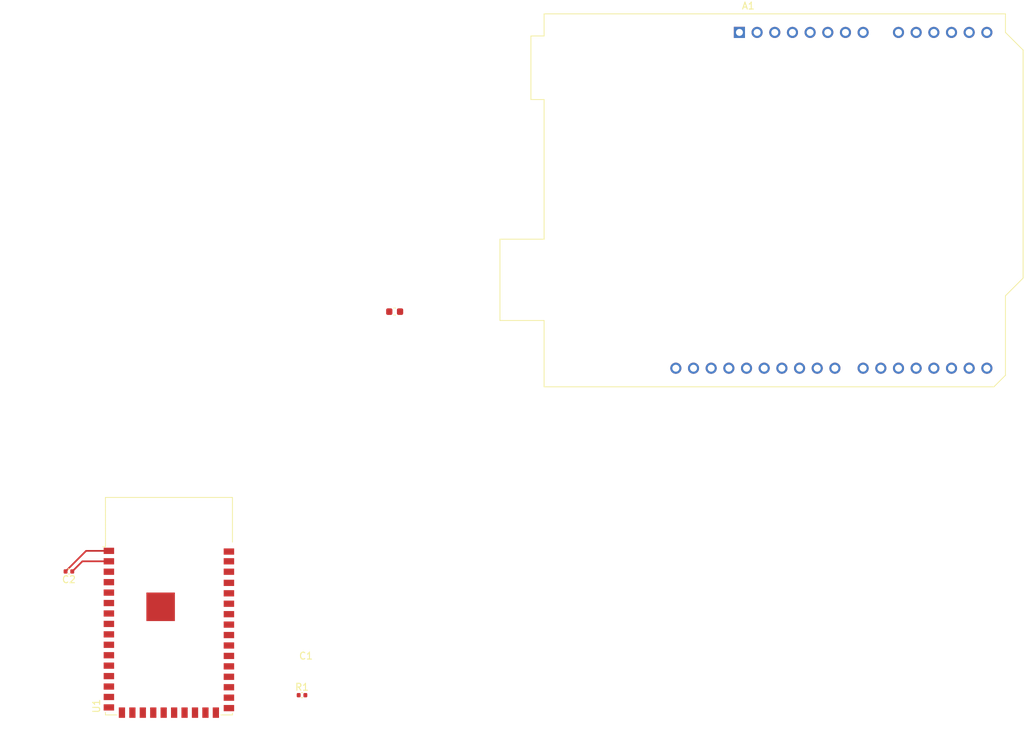
<source format=kicad_pcb>
(kicad_pcb (version 20221018) (generator pcbnew)
  (layers (0 "F.Cu" signal) (31 "B.Cu" signal) (34 "B.Paste" user) (35 "F.Paste" user) (36 "B.SilkS" user "B.Silkscreen") (37 "F.SilkS" user "F.Silkscreen") (38 "B.Mask" user) (39 "F.Mask" user) (44 "Edge.Cuts" user))
  (net 0 "")
  (net 33 "VDD")
  (net 34 "GND")
  (net 35 "Net-(R1-Pad1)")
  (net 36 "Net-(U1-IO12)")
  (footprint "Capacitor_SMD:C_0402_1005Metric" (layer "F.Cu") (at 90.96 139.7 180)
    (fp_text reference "C2" (at 0 -1.16) (layer "F.SilkS"))
    (fp_text value "0.1uF")
    (fp_line (start -0.107836 -0.36) (end 0.107836 -0.36) (stroke (width 0.12)) (layer "F.SilkS"))
    (fp_line (start -0.107836 0.36) (end 0.107836 0.36) (stroke (width 0.12)) (layer "F.SilkS"))
    (pad "1" smd roundrect (at -0.48 0 180) (size 0.56 0.62) (layers "F.Cu" "F.Paste" "F.Mask") (net 33 "VDD"))
    (pad "2" smd roundrect (at 0.48 0 180) (size 0.56 0.62) (layers "F.Cu" "F.Paste" "F.Mask") (net 34 "GND"))
  )
  (footprint "Module:Arduino_UNO_R3" (layer "F.Cu") (at 187.325 62.23)
    (fp_text reference "A1" (at 1.27 -3.81 180) (layer "F.SilkS"))
    (fp_text value "Arduino_UNO_R3")
    (fp_line (start -34.42 29.72) (end -34.42 41.4) (stroke (width 0.12)) (layer "F.SilkS"))
    (fp_line (start -34.42 41.4) (end -28.07 41.4) (stroke (width 0.12)) (layer "F.SilkS"))
    (fp_line (start -29.97 0.51) (end -29.97 9.65) (stroke (width 0.12)) (layer "F.SilkS"))
    (fp_line (start -29.97 9.65) (end -28.07 9.65) (stroke (width 0.12)) (layer "F.SilkS"))
    (fp_line (start -28.07 -2.67) (end -28.07 0.51) (stroke (width 0.12)) (layer "F.SilkS"))
    (fp_line (start -28.07 0.51) (end -29.97 0.51) (stroke (width 0.12)) (layer "F.SilkS"))
    (fp_line (start -28.07 9.65) (end -28.07 29.72) (stroke (width 0.12)) (layer "F.SilkS"))
    (fp_line (start -28.07 29.72) (end -34.42 29.72) (stroke (width 0.12)) (layer "F.SilkS"))
    (fp_line (start -28.07 41.4) (end -28.07 50.93) (stroke (width 0.12)) (layer "F.SilkS"))
    (fp_line (start -28.07 50.93) (end 36.58 50.93) (stroke (width 0.12)) (layer "F.SilkS"))
    (fp_line (start 36.58 50.93) (end 38.23 49.28) (stroke (width 0.12)) (layer "F.SilkS"))
    (fp_line (start 38.23 -2.67) (end -28.07 -2.67) (stroke (width 0.12)) (layer "F.SilkS"))
    (fp_line (start 38.23 0) (end 38.23 -2.67) (stroke (width 0.12)) (layer "F.SilkS"))
    (fp_line (start 38.23 37.85) (end 40.77 35.31) (stroke (width 0.12)) (layer "F.SilkS"))
    (fp_line (start 38.23 49.28) (end 38.23 37.85) (stroke (width 0.12)) (layer "F.SilkS"))
    (fp_line (start 40.77 2.54) (end 38.23 0) (stroke (width 0.12)) (layer "F.SilkS"))
    (fp_line (start 40.77 35.31) (end 40.77 2.54) (stroke (width 0.12)) (layer "F.SilkS"))
    (pad "1" thru_hole rect (at 0 0 90) (size 1.6 1.6) (drill 1) (layers "*.Cu" "*.Mask"))
    (pad "2" thru_hole oval (at 2.54 0 90) (size 1.6 1.6) (drill 1) (layers "*.Cu" "*.Mask"))
    (pad "3" thru_hole oval (at 5.08 0 90) (size 1.6 1.6) (drill 1) (layers "*.Cu" "*.Mask"))
    (pad "4" thru_hole oval (at 7.62 0 90) (size 1.6 1.6) (drill 1) (layers "*.Cu" "*.Mask"))
    (pad "5" thru_hole oval (at 10.16 0 90) (size 1.6 1.6) (drill 1) (layers "*.Cu" "*.Mask"))
    (pad "6" thru_hole oval (at 12.7 0 90) (size 1.6 1.6) (drill 1) (layers "*.Cu" "*.Mask"))
    (pad "7" thru_hole oval (at 15.24 0 90) (size 1.6 1.6) (drill 1) (layers "*.Cu" "*.Mask"))
    (pad "8" thru_hole oval (at 17.78 0 90) (size 1.6 1.6) (drill 1) (layers "*.Cu" "*.Mask"))
    (pad "9" thru_hole oval (at 22.86 0 90) (size 1.6 1.6) (drill 1) (layers "*.Cu" "*.Mask"))
    (pad "10" thru_hole oval (at 25.4 0 90) (size 1.6 1.6) (drill 1) (layers "*.Cu" "*.Mask"))
    (pad "11" thru_hole oval (at 27.94 0 90) (size 1.6 1.6) (drill 1) (layers "*.Cu" "*.Mask"))
    (pad "12" thru_hole oval (at 30.48 0 90) (size 1.6 1.6) (drill 1) (layers "*.Cu" "*.Mask"))
    (pad "13" thru_hole oval (at 33.02 0 90) (size 1.6 1.6) (drill 1) (layers "*.Cu" "*.Mask"))
    (pad "14" thru_hole oval (at 35.56 0 90) (size 1.6 1.6) (drill 1) (layers "*.Cu" "*.Mask"))
    (pad "15" thru_hole oval (at 35.56 48.26 90) (size 1.6 1.6) (drill 1) (layers "*.Cu" "*.Mask"))
    (pad "16" thru_hole oval (at 33.02 48.26 90) (size 1.6 1.6) (drill 1) (layers "*.Cu" "*.Mask"))
    (pad "17" thru_hole oval (at 30.48 48.26 90) (size 1.6 1.6) (drill 1) (layers "*.Cu" "*.Mask"))
    (pad "18" thru_hole oval (at 27.94 48.26 90) (size 1.6 1.6) (drill 1) (layers "*.Cu" "*.Mask"))
    (pad "19" thru_hole oval (at 25.4 48.26 90) (size 1.6 1.6) (drill 1) (layers "*.Cu" "*.Mask"))
    (pad "20" thru_hole oval (at 22.86 48.26 90) (size 1.6 1.6) (drill 1) (layers "*.Cu" "*.Mask"))
    (pad "21" thru_hole oval (at 20.32 48.26 90) (size 1.6 1.6) (drill 1) (layers "*.Cu" "*.Mask"))
    (pad "22" thru_hole oval (at 17.78 48.26 90) (size 1.6 1.6) (drill 1) (layers "*.Cu" "*.Mask"))
    (pad "23" thru_hole oval (at 13.72 48.26 90) (size 1.6 1.6) (drill 1) (layers "*.Cu" "*.Mask"))
    (pad "24" thru_hole oval (at 11.18 48.26 90) (size 1.6 1.6) (drill 1) (layers "*.Cu" "*.Mask"))
    (pad "25" thru_hole oval (at 8.64 48.26 90) (size 1.6 1.6) (drill 1) (layers "*.Cu" "*.Mask"))
    (pad "26" thru_hole oval (at 6.1 48.26 90) (size 1.6 1.6) (drill 1) (layers "*.Cu" "*.Mask"))
    (pad "27" thru_hole oval (at 3.56 48.26 90) (size 1.6 1.6) (drill 1) (layers "*.Cu" "*.Mask"))
    (pad "28" thru_hole oval (at 1.02 48.26 90) (size 1.6 1.6) (drill 1) (layers "*.Cu" "*.Mask"))
    (pad "29" thru_hole oval (at -1.52 48.26 90) (size 1.6 1.6) (drill 1) (layers "*.Cu" "*.Mask"))
    (pad "30" thru_hole oval (at -4.06 48.26 90) (size 1.6 1.6) (drill 1) (layers "*.Cu" "*.Mask"))
    (pad "31" thru_hole oval (at -6.6 48.26 90) (size 1.6 1.6) (drill 1) (layers "*.Cu" "*.Mask"))
    (pad "32" thru_hole oval (at -9.14 48.26 90) (size 1.6 1.6) (drill 1) (layers "*.Cu" "*.Mask"))
  )
  (footprint "Capacitor_SMD:C_0603_1608Metric" (layer "F.Cu") (at 137.775 102.36)
    (fp_text reference "C1" (at -12.745 49.48) (layer "F.SilkS"))
    (fp_text value "22uF")
    (fp_line (start -0.14058 -0.51) (end 0.14058 -0.51) (stroke (width 0.12)) (layer "F.SilkS"))
    (fp_line (start -0.14058 0.51) (end 0.14058 0.51) (stroke (width 0.12)) (layer "F.SilkS"))
    (pad "1" smd roundrect (at -0.775 0) (size 0.9 0.95) (layers "F.Cu" "F.Paste" "F.Mask") (net 33 "VDD"))
    (pad "2" smd roundrect (at 0.775 0) (size 0.9 0.95) (layers "F.Cu" "F.Paste" "F.Mask") (net 34 "GND"))
  )
  (footprint "RF_Module:ESP32-S2-WROVER" (layer "F.Cu") (at 105.33 148.515)
    (fp_text reference "U1" (at -10.41 10.53 90) (layer "F.SilkS"))
    (fp_text value "ESP32-S2-WROVER")
    (fp_line (start -9.125 -19.45) (end 9.13 -19.45) (stroke (width 0.12)) (layer "F.SilkS"))
    (fp_line (start -9.12 11.44) (end -9.12 11.8) (stroke (width 0.12)) (layer "F.SilkS"))
    (fp_line (start -9.12 11.8) (end -7.46 11.8) (stroke (width 0.12)) (layer "F.SilkS"))
    (fp_line (start -9.11 -12.37) (end -9.5 -12.37) (stroke (width 0.12)) (layer "F.SilkS"))
    (fp_line (start -9.11 -12.37) (end -9.125 -19.45) (stroke (width 0.12)) (layer "F.SilkS"))
    (fp_line (start 9.12 11.54) (end 9.12 11.8) (stroke (width 0.12)) (layer "F.SilkS"))
    (fp_line (start 9.12 11.8) (end 7.46 11.8) (stroke (width 0.12)) (layer "F.SilkS"))
    (fp_line (start 9.13 -13.03) (end 9.13 -19.45) (stroke (width 0.12)) (layer "F.SilkS"))
    (pad "1" smd rect (at -8.625 -11.775) (size 1.5 0.9) (layers "F.Cu" "F.Paste" "F.Mask") (net 34 "GND"))
    (pad "2" smd rect (at -8.625 -10.275) (size 1.5 0.9) (layers "F.Cu" "F.Paste" "F.Mask") (net 33 "VDD"))
    (pad "3" smd rect (at -8.625 -8.775) (size 1.5 0.9) (layers "F.Cu" "F.Paste" "F.Mask"))
    (pad "4" smd rect (at -8.625 -7.275) (size 1.5 0.9) (layers "F.Cu" "F.Paste" "F.Mask"))
    (pad "5" smd rect (at -8.625 -5.775) (size 1.5 0.9) (layers "F.Cu" "F.Paste" "F.Mask"))
    (pad "6" smd rect (at -8.625 -4.275) (size 1.5 0.9) (layers "F.Cu" "F.Paste" "F.Mask"))
    (pad "7" smd rect (at -8.625 -2.775) (size 1.5 0.9) (layers "F.Cu" "F.Paste" "F.Mask"))
    (pad "8" smd rect (at -8.625 -1.275) (size 1.5 0.9) (layers "F.Cu" "F.Paste" "F.Mask"))
    (pad "9" smd rect (at -8.625 0.225) (size 1.5 0.9) (layers "F.Cu" "F.Paste" "F.Mask"))
    (pad "10" smd rect (at -8.625 1.725) (size 1.5 0.9) (layers "F.Cu" "F.Paste" "F.Mask"))
    (pad "11" smd rect (at -8.625 3.225) (size 1.5 0.9) (layers "F.Cu" "F.Paste" "F.Mask"))
    (pad "12" smd rect (at -8.625 4.725) (size 1.5 0.9) (layers "F.Cu" "F.Paste" "F.Mask"))
    (pad "13" smd rect (at -8.625 6.225) (size 1.5 0.9) (layers "F.Cu" "F.Paste" "F.Mask"))
    (pad "14" smd rect (at -8.625 7.725) (size 1.5 0.9) (layers "F.Cu" "F.Paste" "F.Mask"))
    (pad "15" smd rect (at -8.625 9.225 180) (size 1.5 0.9) (layers "F.Cu" "F.Paste" "F.Mask") (net 36 "Net-(U1-IO12)"))
    (pad "16" smd rect (at -8.625 10.725 180) (size 1.5 0.9) (layers "F.Cu" "F.Paste" "F.Mask"))
    (pad "17" smd rect (at -6.75 11.475) (size 0.9 1.5) (layers "F.Cu" "F.Paste" "F.Mask"))
    (pad "18" smd rect (at -5.25 11.475) (size 0.9 1.5) (layers "F.Cu" "F.Paste" "F.Mask"))
    (pad "19" smd rect (at -3.75 11.475) (size 0.9 1.5) (layers "F.Cu" "F.Paste" "F.Mask"))
    (pad "20" smd rect (at -2.25 11.475) (size 0.9 1.5) (layers "F.Cu" "F.Paste" "F.Mask"))
    (pad "21" smd rect (at -0.75 11.475) (size 0.9 1.5) (layers "F.Cu" "F.Paste" "F.Mask"))
    (pad "22" smd rect (at 0.75 11.475) (size 0.9 1.5) (layers "F.Cu" "F.Paste" "F.Mask"))
    (pad "23" smd rect (at 2.25 11.475) (size 0.9 1.5) (layers "F.Cu" "F.Paste" "F.Mask"))
    (pad "24" smd rect (at 3.75 11.475) (size 0.9 1.5) (layers "F.Cu" "F.Paste" "F.Mask"))
    (pad "25" smd rect (at 5.25 11.475) (size 0.9 1.5) (layers "F.Cu" "F.Paste" "F.Mask"))
    (pad "26" smd rect (at 6.75 11.475) (size 0.9 1.5) (layers "F.Cu" "F.Paste" "F.Mask") (net 34 "GND"))
    (pad "27" smd rect (at 8.625 10.825) (size 1.5 0.9) (layers "F.Cu" "F.Paste" "F.Mask"))
    (pad "28" smd rect (at 8.625 9.325) (size 1.5 0.9) (layers "F.Cu" "F.Paste" "F.Mask"))
    (pad "29" smd rect (at 8.625 7.825) (size 1.5 0.9) (layers "F.Cu" "F.Paste" "F.Mask"))
    (pad "30" smd rect (at 8.625 6.325) (size 1.5 0.9) (layers "F.Cu" "F.Paste" "F.Mask"))
    (pad "31" smd rect (at 8.625 4.825) (size 1.5 0.9) (layers "F.Cu" "F.Paste" "F.Mask"))
    (pad "32" smd rect (at 8.625 3.325) (size 1.5 0.9) (layers "F.Cu" "F.Paste" "F.Mask"))
    (pad "33" smd rect (at 8.625 1.825) (size 1.5 0.9) (layers "F.Cu" "F.Paste" "F.Mask"))
    (pad "34" smd rect (at 8.625 0.325) (size 1.5 0.9) (layers "F.Cu" "F.Paste" "F.Mask"))
    (pad "35" smd rect (at 8.625 -1.175) (size 1.5 0.9) (layers "F.Cu" "F.Paste" "F.Mask"))
    (pad "36" smd rect (at 8.625 -2.675) (size 1.5 0.9) (layers "F.Cu" "F.Paste" "F.Mask"))
    (pad "37" smd rect (at 8.625 -4.175) (size 1.5 0.9) (layers "F.Cu" "F.Paste" "F.Mask"))
    (pad "38" smd rect (at 8.625 -5.675) (size 1.5 0.9) (layers "F.Cu" "F.Paste" "F.Mask"))
    (pad "39" smd rect (at 8.625 -7.175) (size 1.5 0.9) (layers "F.Cu" "F.Paste" "F.Mask"))
    (pad "40" smd rect (at 8.625 -8.775) (size 1.5 0.9) (layers "F.Cu" "F.Paste" "F.Mask"))
    (pad "41" smd rect (at 8.625 -10.275) (size 1.5 0.9) (layers "F.Cu" "F.Paste" "F.Mask"))
    (pad "42" smd rect (at 8.625 -11.675) (size 1.5 0.9) (layers "F.Cu" "F.Paste" "F.Mask") (net 34 "GND"))
    (pad "43" smd rect (at -1.19 -3.735) (size 4.1 4.1) (layers "F.Cu" "F.Paste" "F.Mask") (net 34 "GND"))
  )
  (footprint "Capacitor_SMD:C_0402_1005Metric" (layer "F.Cu") (at 124.46 157.48)
    (fp_text reference "R1" (at 0 -1.16) (layer "F.SilkS"))
    (fp_text value "1000")
    (fp_line (start -0.107836 -0.36) (end 0.107836 -0.36) (stroke (width 0.12)) (layer "F.SilkS"))
    (fp_line (start -0.107836 0.36) (end 0.107836 0.36) (stroke (width 0.12)) (layer "F.SilkS"))
    (pad "1" smd roundrect (at -0.48 0) (size 0.56 0.62) (layers "F.Cu" "F.Paste" "F.Mask") (net 35 "Net-(R1-Pad1)"))
    (pad "2" smd roundrect (at 0.48 0) (size 0.56 0.62) (layers "F.Cu" "F.Paste" "F.Mask") (net 36 "Net-(U1-IO12)"))
  )
  (segment (start 92.9 138.24) (end 91.44 139.7) (width 0.25) (layer "F.Cu") (net 33))
  (segment (start 96.705 138.24) (end 92.9 138.24) (width 0.25) (layer "F.Cu") (net 33))
  (segment (start 90.48 139.7) (end 90.48 139.692391) (width 0.25) (layer "F.Cu") (net 34))
  (segment (start 93.432391 136.74) (end 96.705 136.74) (width 0.25) (layer "F.Cu") (net 34))
  (segment (start 90.48 139.692391) (end 93.432391 136.74) (width 0.25) (layer "F.Cu") (net 34))
)
</source>
